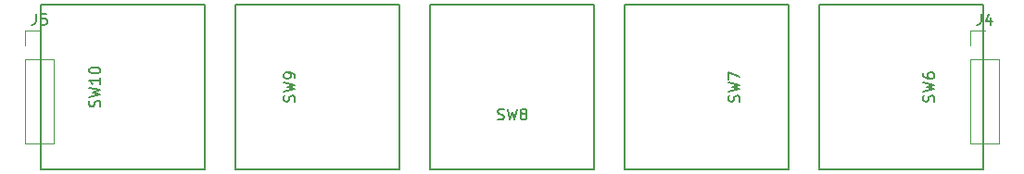
<source format=gto>
G04 #@! TF.GenerationSoftware,KiCad,Pcbnew,(5.1.8)-1*
G04 #@! TF.CreationDate,2021-10-14T01:25:15+09:00*
G04 #@! TF.ProjectId,windsynth,77696e64-7379-46e7-9468-2e6b69636164,rev?*
G04 #@! TF.SameCoordinates,Original*
G04 #@! TF.FileFunction,Legend,Top*
G04 #@! TF.FilePolarity,Positive*
%FSLAX46Y46*%
G04 Gerber Fmt 4.6, Leading zero omitted, Abs format (unit mm)*
G04 Created by KiCad (PCBNEW (5.1.8)-1) date 2021-10-14 01:25:15*
%MOMM*%
%LPD*%
G01*
G04 APERTURE LIST*
%ADD10C,0.150000*%
%ADD11C,0.120000*%
G04 APERTURE END LIST*
D10*
G04 #@! TO.C,SW6*
X194825000Y-114180000D02*
X179825000Y-114180000D01*
X194825000Y-99180000D02*
X194825000Y-114180000D01*
X179825000Y-99180000D02*
X194825000Y-99180000D01*
X179825000Y-114180000D02*
X179825000Y-99180000D01*
G04 #@! TO.C,SW7*
X162045000Y-114180000D02*
X162045000Y-99180000D01*
X162045000Y-99180000D02*
X177045000Y-99180000D01*
X177045000Y-99180000D02*
X177045000Y-114180000D01*
X177045000Y-114180000D02*
X162045000Y-114180000D01*
G04 #@! TO.C,SW8*
X144265000Y-114180000D02*
X144265000Y-99180000D01*
X159265000Y-114180000D02*
X144265000Y-114180000D01*
X159265000Y-99180000D02*
X159265000Y-114180000D01*
X144265000Y-99180000D02*
X159265000Y-99180000D01*
G04 #@! TO.C,SW9*
X141485000Y-99180000D02*
X141485000Y-114180000D01*
X141485000Y-114180000D02*
X126485000Y-114180000D01*
X126485000Y-114180000D02*
X126485000Y-99180000D01*
X126485000Y-99180000D02*
X141485000Y-99180000D01*
G04 #@! TO.C,SW10*
X108705000Y-99180000D02*
X123705000Y-99180000D01*
X108705000Y-114180000D02*
X108705000Y-99180000D01*
X123705000Y-114180000D02*
X108705000Y-114180000D01*
X123705000Y-99180000D02*
X123705000Y-114180000D01*
D11*
G04 #@! TO.C,J4*
X193615000Y-101540000D02*
X194945000Y-101540000D01*
X193615000Y-102870000D02*
X193615000Y-101540000D01*
X193615000Y-104140000D02*
X196275000Y-104140000D01*
X196275000Y-104140000D02*
X196275000Y-111820000D01*
X193615000Y-104140000D02*
X193615000Y-111820000D01*
X193615000Y-111820000D02*
X196275000Y-111820000D01*
G04 #@! TO.C,J5*
X107255000Y-111820000D02*
X109915000Y-111820000D01*
X107255000Y-104140000D02*
X107255000Y-111820000D01*
X109915000Y-104140000D02*
X109915000Y-111820000D01*
X107255000Y-104140000D02*
X109915000Y-104140000D01*
X107255000Y-102870000D02*
X107255000Y-101540000D01*
X107255000Y-101540000D02*
X108585000Y-101540000D01*
G04 #@! TO.C,SW6*
D10*
X190269761Y-108013333D02*
X190317380Y-107870476D01*
X190317380Y-107632380D01*
X190269761Y-107537142D01*
X190222142Y-107489523D01*
X190126904Y-107441904D01*
X190031666Y-107441904D01*
X189936428Y-107489523D01*
X189888809Y-107537142D01*
X189841190Y-107632380D01*
X189793571Y-107822857D01*
X189745952Y-107918095D01*
X189698333Y-107965714D01*
X189603095Y-108013333D01*
X189507857Y-108013333D01*
X189412619Y-107965714D01*
X189365000Y-107918095D01*
X189317380Y-107822857D01*
X189317380Y-107584761D01*
X189365000Y-107441904D01*
X189317380Y-107108571D02*
X190317380Y-106870476D01*
X189603095Y-106680000D01*
X190317380Y-106489523D01*
X189317380Y-106251428D01*
X189317380Y-105441904D02*
X189317380Y-105632380D01*
X189365000Y-105727619D01*
X189412619Y-105775238D01*
X189555476Y-105870476D01*
X189745952Y-105918095D01*
X190126904Y-105918095D01*
X190222142Y-105870476D01*
X190269761Y-105822857D01*
X190317380Y-105727619D01*
X190317380Y-105537142D01*
X190269761Y-105441904D01*
X190222142Y-105394285D01*
X190126904Y-105346666D01*
X189888809Y-105346666D01*
X189793571Y-105394285D01*
X189745952Y-105441904D01*
X189698333Y-105537142D01*
X189698333Y-105727619D01*
X189745952Y-105822857D01*
X189793571Y-105870476D01*
X189888809Y-105918095D01*
G04 #@! TO.C,SW7*
X172489761Y-108013333D02*
X172537380Y-107870476D01*
X172537380Y-107632380D01*
X172489761Y-107537142D01*
X172442142Y-107489523D01*
X172346904Y-107441904D01*
X172251666Y-107441904D01*
X172156428Y-107489523D01*
X172108809Y-107537142D01*
X172061190Y-107632380D01*
X172013571Y-107822857D01*
X171965952Y-107918095D01*
X171918333Y-107965714D01*
X171823095Y-108013333D01*
X171727857Y-108013333D01*
X171632619Y-107965714D01*
X171585000Y-107918095D01*
X171537380Y-107822857D01*
X171537380Y-107584761D01*
X171585000Y-107441904D01*
X171537380Y-107108571D02*
X172537380Y-106870476D01*
X171823095Y-106680000D01*
X172537380Y-106489523D01*
X171537380Y-106251428D01*
X171537380Y-105965714D02*
X171537380Y-105299047D01*
X172537380Y-105727619D01*
G04 #@! TO.C,SW8*
X150431666Y-109624761D02*
X150574523Y-109672380D01*
X150812619Y-109672380D01*
X150907857Y-109624761D01*
X150955476Y-109577142D01*
X151003095Y-109481904D01*
X151003095Y-109386666D01*
X150955476Y-109291428D01*
X150907857Y-109243809D01*
X150812619Y-109196190D01*
X150622142Y-109148571D01*
X150526904Y-109100952D01*
X150479285Y-109053333D01*
X150431666Y-108958095D01*
X150431666Y-108862857D01*
X150479285Y-108767619D01*
X150526904Y-108720000D01*
X150622142Y-108672380D01*
X150860238Y-108672380D01*
X151003095Y-108720000D01*
X151336428Y-108672380D02*
X151574523Y-109672380D01*
X151765000Y-108958095D01*
X151955476Y-109672380D01*
X152193571Y-108672380D01*
X152717380Y-109100952D02*
X152622142Y-109053333D01*
X152574523Y-109005714D01*
X152526904Y-108910476D01*
X152526904Y-108862857D01*
X152574523Y-108767619D01*
X152622142Y-108720000D01*
X152717380Y-108672380D01*
X152907857Y-108672380D01*
X153003095Y-108720000D01*
X153050714Y-108767619D01*
X153098333Y-108862857D01*
X153098333Y-108910476D01*
X153050714Y-109005714D01*
X153003095Y-109053333D01*
X152907857Y-109100952D01*
X152717380Y-109100952D01*
X152622142Y-109148571D01*
X152574523Y-109196190D01*
X152526904Y-109291428D01*
X152526904Y-109481904D01*
X152574523Y-109577142D01*
X152622142Y-109624761D01*
X152717380Y-109672380D01*
X152907857Y-109672380D01*
X153003095Y-109624761D01*
X153050714Y-109577142D01*
X153098333Y-109481904D01*
X153098333Y-109291428D01*
X153050714Y-109196190D01*
X153003095Y-109148571D01*
X152907857Y-109100952D01*
G04 #@! TO.C,SW9*
X131849761Y-108013333D02*
X131897380Y-107870476D01*
X131897380Y-107632380D01*
X131849761Y-107537142D01*
X131802142Y-107489523D01*
X131706904Y-107441904D01*
X131611666Y-107441904D01*
X131516428Y-107489523D01*
X131468809Y-107537142D01*
X131421190Y-107632380D01*
X131373571Y-107822857D01*
X131325952Y-107918095D01*
X131278333Y-107965714D01*
X131183095Y-108013333D01*
X131087857Y-108013333D01*
X130992619Y-107965714D01*
X130945000Y-107918095D01*
X130897380Y-107822857D01*
X130897380Y-107584761D01*
X130945000Y-107441904D01*
X130897380Y-107108571D02*
X131897380Y-106870476D01*
X131183095Y-106680000D01*
X131897380Y-106489523D01*
X130897380Y-106251428D01*
X131897380Y-105822857D02*
X131897380Y-105632380D01*
X131849761Y-105537142D01*
X131802142Y-105489523D01*
X131659285Y-105394285D01*
X131468809Y-105346666D01*
X131087857Y-105346666D01*
X130992619Y-105394285D01*
X130945000Y-105441904D01*
X130897380Y-105537142D01*
X130897380Y-105727619D01*
X130945000Y-105822857D01*
X130992619Y-105870476D01*
X131087857Y-105918095D01*
X131325952Y-105918095D01*
X131421190Y-105870476D01*
X131468809Y-105822857D01*
X131516428Y-105727619D01*
X131516428Y-105537142D01*
X131468809Y-105441904D01*
X131421190Y-105394285D01*
X131325952Y-105346666D01*
G04 #@! TO.C,SW10*
X114069761Y-108489523D02*
X114117380Y-108346666D01*
X114117380Y-108108571D01*
X114069761Y-108013333D01*
X114022142Y-107965714D01*
X113926904Y-107918095D01*
X113831666Y-107918095D01*
X113736428Y-107965714D01*
X113688809Y-108013333D01*
X113641190Y-108108571D01*
X113593571Y-108299047D01*
X113545952Y-108394285D01*
X113498333Y-108441904D01*
X113403095Y-108489523D01*
X113307857Y-108489523D01*
X113212619Y-108441904D01*
X113165000Y-108394285D01*
X113117380Y-108299047D01*
X113117380Y-108060952D01*
X113165000Y-107918095D01*
X113117380Y-107584761D02*
X114117380Y-107346666D01*
X113403095Y-107156190D01*
X114117380Y-106965714D01*
X113117380Y-106727619D01*
X114117380Y-105822857D02*
X114117380Y-106394285D01*
X114117380Y-106108571D02*
X113117380Y-106108571D01*
X113260238Y-106203809D01*
X113355476Y-106299047D01*
X113403095Y-106394285D01*
X113117380Y-105203809D02*
X113117380Y-105108571D01*
X113165000Y-105013333D01*
X113212619Y-104965714D01*
X113307857Y-104918095D01*
X113498333Y-104870476D01*
X113736428Y-104870476D01*
X113926904Y-104918095D01*
X114022142Y-104965714D01*
X114069761Y-105013333D01*
X114117380Y-105108571D01*
X114117380Y-105203809D01*
X114069761Y-105299047D01*
X114022142Y-105346666D01*
X113926904Y-105394285D01*
X113736428Y-105441904D01*
X113498333Y-105441904D01*
X113307857Y-105394285D01*
X113212619Y-105346666D01*
X113165000Y-105299047D01*
X113117380Y-105203809D01*
G04 #@! TO.C,J4*
X194611666Y-99992380D02*
X194611666Y-100706666D01*
X194564047Y-100849523D01*
X194468809Y-100944761D01*
X194325952Y-100992380D01*
X194230714Y-100992380D01*
X195516428Y-100325714D02*
X195516428Y-100992380D01*
X195278333Y-99944761D02*
X195040238Y-100659047D01*
X195659285Y-100659047D01*
G04 #@! TO.C,J5*
X108251666Y-99992380D02*
X108251666Y-100706666D01*
X108204047Y-100849523D01*
X108108809Y-100944761D01*
X107965952Y-100992380D01*
X107870714Y-100992380D01*
X109204047Y-99992380D02*
X108727857Y-99992380D01*
X108680238Y-100468571D01*
X108727857Y-100420952D01*
X108823095Y-100373333D01*
X109061190Y-100373333D01*
X109156428Y-100420952D01*
X109204047Y-100468571D01*
X109251666Y-100563809D01*
X109251666Y-100801904D01*
X109204047Y-100897142D01*
X109156428Y-100944761D01*
X109061190Y-100992380D01*
X108823095Y-100992380D01*
X108727857Y-100944761D01*
X108680238Y-100897142D01*
G04 #@! TD*
M02*

</source>
